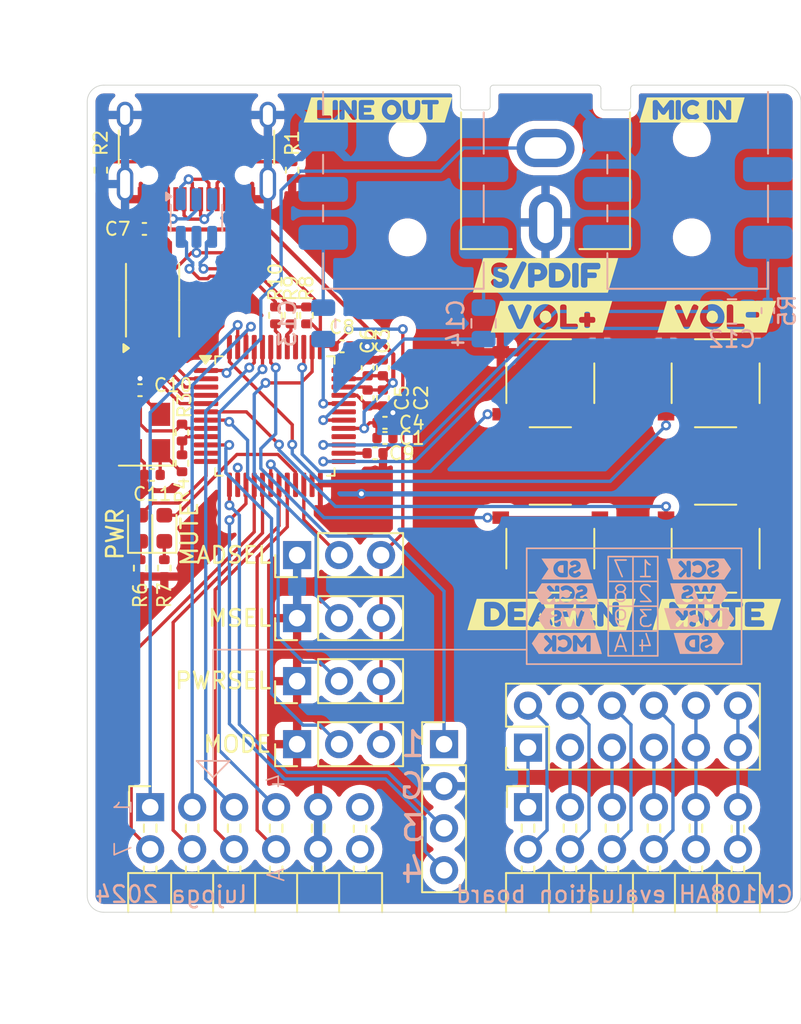
<source format=kicad_pcb>
(kicad_pcb
	(version 20240108)
	(generator "pcbnew")
	(generator_version "8.0")
	(general
		(thickness 1.6)
		(legacy_teardrops no)
	)
	(paper "A4")
	(layers
		(0 "F.Cu" signal)
		(1 "In1.Cu" signal)
		(2 "In2.Cu" signal)
		(31 "B.Cu" signal)
		(32 "B.Adhes" user "B.Adhesive")
		(33 "F.Adhes" user "F.Adhesive")
		(34 "B.Paste" user)
		(35 "F.Paste" user)
		(36 "B.SilkS" user "B.Silkscreen")
		(37 "F.SilkS" user "F.Silkscreen")
		(38 "B.Mask" user)
		(39 "F.Mask" user)
		(40 "Dwgs.User" user "User.Drawings")
		(41 "Cmts.User" user "User.Comments")
		(42 "Eco1.User" user "User.Eco1")
		(43 "Eco2.User" user "User.Eco2")
		(44 "Edge.Cuts" user)
		(45 "Margin" user)
		(46 "B.CrtYd" user "B.Courtyard")
		(47 "F.CrtYd" user "F.Courtyard")
		(48 "B.Fab" user)
		(49 "F.Fab" user)
		(50 "User.1" user)
		(51 "User.2" user)
		(52 "User.3" user)
		(53 "User.4" user)
		(54 "User.5" user)
		(55 "User.6" user)
		(56 "User.7" user)
		(57 "User.8" user)
		(58 "User.9" user)
	)
	(setup
		(stackup
			(layer "F.SilkS"
				(type "Top Silk Screen")
			)
			(layer "F.Paste"
				(type "Top Solder Paste")
			)
			(layer "F.Mask"
				(type "Top Solder Mask")
				(thickness 0.01)
			)
			(layer "F.Cu"
				(type "copper")
				(thickness 0.035)
			)
			(layer "dielectric 1"
				(type "prepreg")
				(thickness 0.1)
				(material "FR4")
				(epsilon_r 4.5)
				(loss_tangent 0.02)
			)
			(layer "In1.Cu"
				(type "copper")
				(thickness 0.035)
			)
			(layer "dielectric 2"
				(type "core")
				(thickness 1.24)
				(material "FR4")
				(epsilon_r 4.5)
				(loss_tangent 0.02)
			)
			(layer "In2.Cu"
				(type "copper")
				(thickness 0.035)
			)
			(layer "dielectric 3"
				(type "prepreg")
				(thickness 0.1)
				(material "FR4")
				(epsilon_r 4.5)
				(loss_tangent 0.02)
			)
			(layer "B.Cu"
				(type "copper")
				(thickness 0.035)
			)
			(layer "B.Mask"
				(type "Bottom Solder Mask")
				(thickness 0.01)
			)
			(layer "B.Paste"
				(type "Bottom Solder Paste")
			)
			(layer "B.SilkS"
				(type "Bottom Silk Screen")
			)
			(copper_finish "None")
			(dielectric_constraints no)
		)
		(pad_to_mask_clearance 0)
		(allow_soldermask_bridges_in_footprints no)
		(pcbplotparams
			(layerselection 0x00010fc_ffffffff)
			(plot_on_all_layers_selection 0x0000000_00000000)
			(disableapertmacros no)
			(usegerberextensions no)
			(usegerberattributes yes)
			(usegerberadvancedattributes yes)
			(creategerberjobfile yes)
			(dashed_line_dash_ratio 12.000000)
			(dashed_line_gap_ratio 3.000000)
			(svgprecision 4)
			(plotframeref no)
			(viasonmask no)
			(mode 1)
			(useauxorigin no)
			(hpglpennumber 1)
			(hpglpenspeed 20)
			(hpglpendiameter 15.000000)
			(pdf_front_fp_property_popups yes)
			(pdf_back_fp_property_popups yes)
			(dxfpolygonmode yes)
			(dxfimperialunits yes)
			(dxfusepcbnewfont yes)
			(psnegative no)
			(psa4output no)
			(plotreference yes)
			(plotvalue yes)
			(plotfptext yes)
			(plotinvisibletext no)
			(sketchpadsonfab no)
			(subtractmaskfromsilk no)
			(outputformat 1)
			(mirror no)
			(drillshape 1)
			(scaleselection 1)
			(outputdirectory "")
		)
	)
	(net 0 "")
	(net 1 "VBUS")
	(net 2 "GND")
	(net 3 "+3V3")
	(net 4 "Net-(U2-VREF)")
	(net 5 "Net-(U2-XI)")
	(net 6 "Net-(C11-Pad2)")
	(net 7 "/MICIN")
	(net 8 "Net-(C12-Pad1)")
	(net 9 "/LOR")
	(net 10 "Net-(C13-Pad1)")
	(net 11 "/LOL")
	(net 12 "Net-(C14-Pad1)")
	(net 13 "/D-")
	(net 14 "/D+")
	(net 15 "Net-(J1-CC2)")
	(net 16 "unconnected-(J1-SBU1-PadA8)")
	(net 17 "Net-(J1-CC1)")
	(net 18 "unconnected-(J1-SBU2-PadB8)")
	(net 19 "/ADSCLK")
	(net 20 "/ADLRCK")
	(net 21 "/SDIN")
	(net 22 "/ADMCLK")
	(net 23 "/DAMCLK")
	(net 24 "/DALRCK")
	(net 25 "/DASCLK")
	(net 26 "/SDOUT")
	(net 27 "/SPDIFO")
	(net 28 "unconnected-(J5-PadRN)")
	(net 29 "unconnected-(J5-PadTN)")
	(net 30 "unconnected-(J4-PadRN)")
	(net 31 "/GPIO1")
	(net 32 "/GPIO3")
	(net 33 "/GPIO4")
	(net 34 "/PWRSEL")
	(net 35 "/MODE")
	(net 36 "/ADSEL")
	(net 37 "/MSEL")
	(net 38 "Net-(LED1-K)")
	(net 39 "Net-(LED1-A)")
	(net 40 "Net-(LED2-A)")
	(net 41 "Net-(LED2-K)")
	(net 42 "Net-(U2-XO)")
	(net 43 "/VBIAS")
	(net 44 "/USBDP")
	(net 45 "/USBDN")
	(net 46 "/MUTER")
	(net 47 "/MUTEP")
	(net 48 "/VOLUP")
	(net 49 "/VOLDN")
	(net 50 "/CS")
	(net 51 "/DO")
	(net 52 "unconnected-(U1-NC-Pad7)")
	(net 53 "/DI")
	(net 54 "/SK")
	(net 55 "unconnected-(U2-PDSW-Pad40)")
	(net 56 "unconnected-(U2-N.C.-Pad28)")
	(net 57 "unconnected-(U2-N.C.-Pad11)")
	(net 58 "unconnected-(U2-LOBS-Pad31)")
	(net 59 "unconnected-(J4-PadR)")
	(net 60 "unconnected-(J4-PadTN)")
	(net 61 "unconnected-(J2-Pin_12-Pad12)")
	(net 62 "unconnected-(J2-Pin_6-Pad6)")
	(net 63 "/PASSTHROUGH8")
	(net 64 "/PASSTHROUGH_GND")
	(net 65 "/PASSTHROUGH2")
	(net 66 "/PASSTHROUGH6")
	(net 67 "/PASSTHROUGH1")
	(net 68 "/PASSTHROUGH_VCC")
	(net 69 "/PASSTHROUGH7")
	(net 70 "/PASSTHROUGH5")
	(net 71 "/PASSTHROUGH4")
	(net 72 "/PASSTHROUGH3")
	(net 73 "Net-(D1-I{slash}O2-Pad3)")
	(net 74 "Net-(D1-I{slash}O1-Pad1)")
	(footprint "Connector_PinHeader_2.54mm:PinHeader_1x03_P2.54mm_Vertical" (layer "F.Cu") (at 141.11 107.22 90))
	(footprint "Capacitor_SMD:C_0402_1005Metric" (layer "F.Cu") (at 131.87 83.69))
	(footprint "Resistor_SMD:R_0402_1005Metric" (layer "F.Cu") (at 140.735 88.92 90))
	(footprint "Resistor_SMD:R_0402_1005Metric" (layer "F.Cu") (at 141.675 88.92 90))
	(footprint "Connector_USB:USB_C_Receptacle_HRO_TYPE-C-31-M-12" (layer "F.Cu") (at 135.02 77.85 180))
	(footprint "kibuzzard-6722BD46" (layer "F.Cu") (at 165 76.5))
	(footprint "Package_QFP:LQFP-48_7x7mm_P0.5mm" (layer "F.Cu") (at 139.765 95))
	(footprint "kibuzzard-6722BD1F" (layer "F.Cu") (at 146 76.5))
	(footprint "Resistor_SMD:R_0402_1005Metric" (layer "F.Cu") (at 134.145 96 -90))
	(footprint "lujoga:SW_Push_SPST_NO_XKB_TS-1187A-X-X-X" (layer "F.Cu") (at 166.43 93.02))
	(footprint "Capacitor_SMD:C_0402_1005Metric" (layer "F.Cu") (at 146.425 95.41))
	(footprint "Capacitor_SMD:C_0402_1005Metric" (layer "F.Cu") (at 146.425 96.33))
	(footprint "Resistor_SMD:R_0402_1005Metric" (layer "F.Cu") (at 140.81 80.14 -90))
	(footprint "Capacitor_SMD:C_0402_1005Metric" (layer "F.Cu") (at 145.375 93.91 -90))
	(footprint "Capacitor_SMD:C_0402_1005Metric" (layer "F.Cu") (at 146.295 92.09 90))
	(footprint "Resistor_SMD:R_0402_1005Metric" (layer "F.Cu") (at 134.145 97.86 90))
	(footprint "kibuzzard-6722BC1E" (layer "F.Cu") (at 166.5 107))
	(footprint "lujoga:SW_Push_SPST_NO_XKB_TS-1187A-X-X-X" (layer "F.Cu") (at 166.43 103.02 180))
	(footprint "Resistor_SMD:R_0402_1005Metric" (layer "F.Cu") (at 133.075 104.1975 -90))
	(footprint "Connector_PinHeader_2.54mm:PinHeader_1x04_P2.54mm_Vertical" (layer "F.Cu") (at 150 114.84))
	(footprint "lujoga:PinHeader_PMOD_02x06_P2.54mm_Horizontal" (layer "F.Cu") (at 138.57 119.92 90))
	(footprint "Capacitor_SMD:C_0402_1005Metric" (layer "F.Cu") (at 131.605 93.44 180))
	(footprint "lujoga:PinSocket_PMOD_02x06_P2.54mm_Vertical" (layer "F.Cu") (at 161.43 113.78 90))
	(footprint "Capacitor_SMD:C_0402_1005Metric" (layer "F.Cu") (at 145.825 97.25))
	(footprint "Connector_PinHeader_2.54mm:PinHeader_1x03_P2.54mm_Vertical" (layer "F.Cu") (at 141.11 114.84 90))
	(footprint "kibuzzard-6722BC2E" (layer "F.Cu") (at 156.5 107))
	(footprint "Connector_PinHeader_2.54mm:PinHeader_1x03_P2.54mm_Vertical" (layer "F.Cu") (at 141.11 111.03 90))
	(footprint "lujoga:Cinch_CUI_RCJ-04x_Horizontal" (layer "F.Cu") (at 156.14 78.8 90))
	(footprint "lujoga:SW_Push_SPST_NO_XKB_TS-1187A-X-X-X" (layer "F.Cu") (at 156.43 93.02))
	(footprint "Capacitor_SMD:C_0402_1005Metric" (layer "F.Cu") (at 132.345 98.56))
	(footprint "LED_SMD:LED_0603_1608Metric"
		(layer "F.Cu")
		(uuid "9b2f919d-a79a-4406-9b7d-bd8051333067")
		(at 133.075 101.7875 90)
		(descr "LED SMD 0603 (1608 Metric), square (rectangular) end terminal, IPC_7351 nominal, (Body size source: http://www.tortai-tech.com/upload/download/2011102023233369053.pdf), generated with kicad-footprint-generator")
		(tags "LED")
		(property "Reference" "LED2"
			(at 0 -1.43 90)
			(layer "F.SilkS")
			(hide yes)
			(uuid "b834f153-cea7-4bba-9f7b-b464caa29550")
			(effects
				(font
					(size 1 1)
					(thickness 0.15)
				)
			)
		)
		(property "Value" "RED"
			(at 0 1.43 90)
			(layer "F.Fab")
			(uuid "cfee17a7-17b5-400d-a6c8-61ae92162ccc")
			(effects
				(font
					(size 1 1)
					(thickness 0.15)
				)
			)
		)
		(property "Footprint" "LED_SMD:LED_0603_1608Metric"
			(at 0 0 90)
			(unlocked yes)
			(layer "F.Fab")
			(hide yes)
			(uuid "5442aac7-ab76-480c-9fff-e48ec5aea219")
			(effects
				(font
					(size 1.27 1.27)
					(thickness 0.15)
				)
			)
		)
		(property "Datasheet" ""
			(at 0 0 90)
			(unlocked yes)
			(layer "F.Fab")
			(hide yes)
			(uuid "03ec6cb5-de42-4804-bb2f-9116a084c6f0")
			(effects
				(font
					(size 1.27 1.27)
					(thickness 0.15)
				)
			)
		)
		(property "Description" "Light emitting diode, small symbol"
			(at 0 0 90)
			(unlocked yes)
			(layer "F.Fab")
			(hide yes)
			(uuid "123c77bd-facc-4ec0-ae0b-1973d9332071")
			(effects
				(font
					(size 1.27 1.27)
					(thickness 0.15)
				)
			)
		)
		(property ki_fp_filters "LED* LED_SMD:* LED_THT:*")
		(path "/7120f1a5-86c2-4a96-9490-22f5c038772d")
		(sheetname "Stammblatt")
		(sheetfile "cm108ah-eval.kicad_sch")
		(attr smd)
		(fp_line
			(start 0.8 -0.735)
			(end -1.485 -0.735)
			(stroke
				(width 0.12)
				(type solid)
			)
			(layer "F.SilkS")
			(uuid "86e1858b-8eb5-4818-a897-87cfbdea94fd")
		)
		(fp_line
			(start -1.485 -0.735)
			(end -1.485 0.735)
			(stro
... [682197 chars truncated]
</source>
